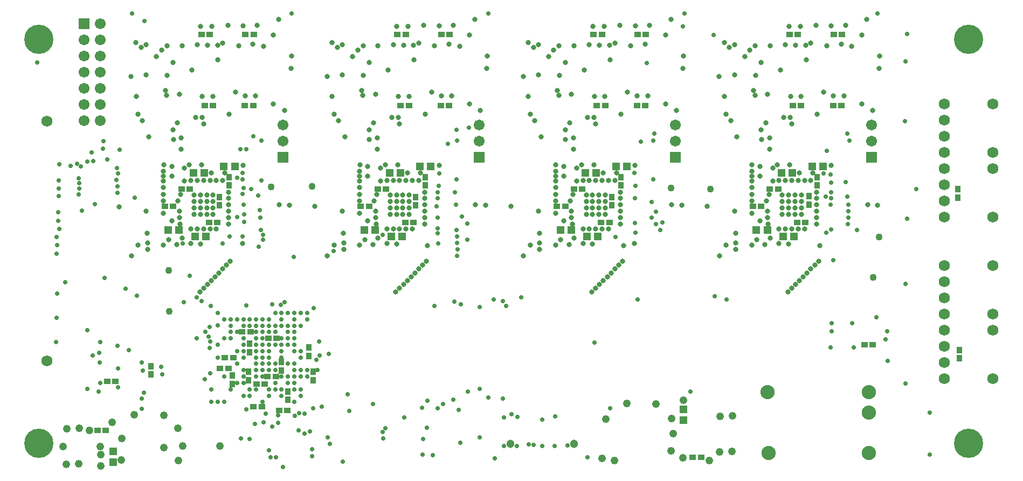
<source format=gbs>
%FSLAX24Y24*%
%MOIN*%
G70*
G01*
G75*
G04 Layer_Color=16711935*
G04 Layer_Color=16711935*
%ADD10R,0.0394X0.1083*%
%ADD11C,0.0177*%
%ADD12C,0.0197*%
%ADD13C,0.0400*%
%ADD14R,0.0866X0.0787*%
%ADD15R,0.0787X0.0866*%
%ADD16R,0.0945X0.1024*%
%ADD17R,0.0709X0.0630*%
%ADD18R,0.0433X0.0394*%
%ADD19R,0.0394X0.0433*%
%ADD20R,0.0512X0.0630*%
%ADD21R,0.0669X0.0177*%
%ADD22R,0.0669X0.0177*%
%ADD23R,0.0197X0.0591*%
%ADD24R,0.0630X0.0512*%
%ADD25R,0.0748X0.0197*%
%ADD26R,0.0197X0.0748*%
%ADD27R,0.0551X0.0787*%
%ADD28R,0.0807X0.0236*%
%ADD29O,0.0110X0.0394*%
%ADD30O,0.0394X0.0110*%
%ADD31R,0.0827X0.0354*%
%ADD32R,0.0827X0.0354*%
%ADD33R,0.1732X0.1441*%
%ADD34R,0.1024X0.0945*%
%ADD35R,0.0600X0.0300*%
%ADD36R,0.1400X0.1000*%
%ADD37R,0.0630X0.0709*%
%ADD38C,0.0100*%
%ADD39C,0.0060*%
%ADD40C,0.0070*%
%ADD41C,0.0090*%
%ADD42C,0.0160*%
%ADD43C,0.0120*%
%ADD44C,0.0300*%
%ADD45C,0.0250*%
%ADD46C,0.0200*%
%ADD47C,0.0433*%
%ADD48R,0.0591X0.0591*%
%ADD49C,0.0591*%
%ADD50C,0.0800*%
%ADD51C,0.1732*%
%ADD52C,0.1732*%
%ADD53C,0.0600*%
%ADD54C,0.0200*%
%ADD55C,0.0212*%
%ADD56C,0.0240*%
%ADD57C,0.0350*%
%ADD58C,0.0080*%
%ADD59R,0.0276X0.0354*%
%ADD60R,0.0354X0.0276*%
%ADD61C,0.0140*%
%ADD62C,0.0098*%
%ADD63C,0.0079*%
%ADD64R,0.1575X0.0098*%
%ADD65C,0.0050*%
%ADD66R,0.0474X0.1163*%
%ADD67C,0.0217*%
%ADD68C,0.0277*%
%ADD69C,0.1000*%
%ADD70R,0.0946X0.0867*%
%ADD71R,0.0867X0.0946*%
%ADD72R,0.1025X0.1104*%
%ADD73R,0.0789X0.0710*%
%ADD74R,0.0513X0.0474*%
%ADD75R,0.0474X0.0513*%
%ADD76R,0.0592X0.0710*%
%ADD77R,0.0749X0.0257*%
%ADD78R,0.0749X0.0257*%
%ADD79R,0.0277X0.0671*%
%ADD80R,0.0710X0.0592*%
%ADD81R,0.0828X0.0277*%
%ADD82R,0.0277X0.0828*%
%ADD83R,0.0631X0.0867*%
%ADD84R,0.0887X0.0316*%
%ADD85O,0.0165X0.0449*%
%ADD86O,0.0449X0.0165*%
%ADD87R,0.0907X0.0434*%
%ADD88R,0.0907X0.0434*%
%ADD89R,0.1812X0.1521*%
%ADD90R,0.1104X0.1025*%
%ADD91R,0.0680X0.0380*%
%ADD92R,0.1480X0.1080*%
%ADD93R,0.0710X0.0789*%
%ADD94C,0.0513*%
%ADD95R,0.0671X0.0671*%
%ADD96C,0.0671*%
%ADD97C,0.0880*%
%ADD98C,0.1812*%
%ADD99C,0.1812*%
%ADD100C,0.0680*%
%ADD101C,0.0280*%
%ADD102C,0.0480*%
%ADD103C,0.0320*%
%ADD104C,0.0430*%
%ADD105R,0.0356X0.0434*%
%ADD106R,0.0434X0.0356*%
%ADD107C,0.0292*%
D74*
X68524Y45276D02*
D03*
X69193D02*
D03*
X56398D02*
D03*
X57067D02*
D03*
X44272D02*
D03*
X44941D02*
D03*
X32146D02*
D03*
X32815D02*
D03*
X70314Y49606D02*
D03*
X70984D02*
D03*
X58188D02*
D03*
X58858D02*
D03*
X46062D02*
D03*
X46732D02*
D03*
X33936D02*
D03*
X34606D02*
D03*
X66869Y45669D02*
D03*
X67539D02*
D03*
X54743D02*
D03*
X55413D02*
D03*
X42617D02*
D03*
X43287D02*
D03*
X30491D02*
D03*
X31161D02*
D03*
X69094Y49213D02*
D03*
X68425D02*
D03*
X56968D02*
D03*
X56299D02*
D03*
X44843D02*
D03*
X44173D02*
D03*
X32717D02*
D03*
X32047D02*
D03*
D75*
X62362Y34587D02*
D03*
Y33917D02*
D03*
X27087Y31988D02*
D03*
Y31319D02*
D03*
D94*
X51654Y32441D02*
D03*
X55591D02*
D03*
D95*
X73978Y50200D02*
D03*
X61852D02*
D03*
X37600D02*
D03*
X49726D02*
D03*
X25295Y58465D02*
D03*
D96*
X73978Y51200D02*
D03*
Y52200D02*
D03*
X61852Y51200D02*
D03*
Y52200D02*
D03*
X37600Y51200D02*
D03*
Y52200D02*
D03*
X49726D02*
D03*
Y51200D02*
D03*
X26295Y58465D02*
D03*
X25295Y57465D02*
D03*
X26295D02*
D03*
X25295Y56465D02*
D03*
X26295D02*
D03*
X25295Y55465D02*
D03*
X26295D02*
D03*
X25295Y54465D02*
D03*
X26295D02*
D03*
X25295Y53465D02*
D03*
X26295D02*
D03*
X25295Y52465D02*
D03*
X26295D02*
D03*
D97*
X73819Y31890D02*
D03*
Y34390D02*
D03*
Y35640D02*
D03*
X67569D02*
D03*
X67619Y31890D02*
D03*
D98*
X80000Y32500D02*
D03*
D99*
Y57500D02*
D03*
X22500Y32500D02*
D03*
Y57500D02*
D03*
D100*
X81500Y36500D02*
D03*
Y39500D02*
D03*
X78500Y36500D02*
D03*
Y37500D02*
D03*
Y39500D02*
D03*
Y38500D02*
D03*
X81500Y46500D02*
D03*
Y49500D02*
D03*
X78500Y46500D02*
D03*
Y47500D02*
D03*
Y49500D02*
D03*
Y48500D02*
D03*
X81500Y40500D02*
D03*
Y43500D02*
D03*
X78500Y40500D02*
D03*
Y41500D02*
D03*
Y43500D02*
D03*
Y42500D02*
D03*
X81500Y50500D02*
D03*
Y53500D02*
D03*
X78500Y50500D02*
D03*
Y51500D02*
D03*
Y53500D02*
D03*
Y52500D02*
D03*
X22972Y52427D02*
D03*
Y37573D02*
D03*
D101*
X51260Y34094D02*
D03*
X51240Y32303D02*
D03*
X52057Y32333D02*
D03*
X53081Y32382D02*
D03*
X53622Y32323D02*
D03*
X54400Y32333D02*
D03*
X55197Y32343D02*
D03*
X56407Y31604D02*
D03*
X52785Y32421D02*
D03*
X50689Y31555D02*
D03*
X53622Y33947D02*
D03*
X54429Y34163D02*
D03*
X52087Y34104D02*
D03*
X51713Y34272D02*
D03*
X37500Y40157D02*
D03*
X48976Y46073D02*
D03*
X48661Y46516D02*
D03*
X38681Y38189D02*
D03*
X61063Y46142D02*
D03*
X59350Y46122D02*
D03*
X58150Y45246D02*
D03*
X37894Y38976D02*
D03*
X48287Y47244D02*
D03*
X48218Y48032D02*
D03*
X47077Y47156D02*
D03*
X47165Y48031D02*
D03*
X36250Y48760D02*
D03*
X34350Y39764D02*
D03*
X36161Y46909D02*
D03*
X35079Y47933D02*
D03*
X35138Y47244D02*
D03*
X35098Y48829D02*
D03*
X34301Y45295D02*
D03*
X33563Y39774D02*
D03*
X35177Y46654D02*
D03*
X32982Y39075D02*
D03*
X35197Y46171D02*
D03*
X34350Y38976D02*
D03*
X36191Y46457D02*
D03*
X37894Y39764D02*
D03*
X60394Y47411D02*
D03*
X37894Y38583D02*
D03*
X60394Y46447D02*
D03*
X60669Y46831D02*
D03*
X38287Y38189D02*
D03*
X60669Y46063D02*
D03*
X39862Y37913D02*
D03*
X71201Y45502D02*
D03*
X71486Y48031D02*
D03*
X71142Y47756D02*
D03*
X71496Y48632D02*
D03*
X71447Y47244D02*
D03*
X71496Y47638D02*
D03*
X38681Y36614D02*
D03*
X38287D02*
D03*
X72539Y47244D02*
D03*
X38681Y35827D02*
D03*
X72539Y46850D02*
D03*
X37894Y36614D02*
D03*
X38287Y37008D02*
D03*
X72539Y46457D02*
D03*
X72520Y46063D02*
D03*
X39980Y34744D02*
D03*
X36378Y33780D02*
D03*
X36516Y34311D02*
D03*
X35866Y33681D02*
D03*
X35000Y32795D02*
D03*
X28839Y34626D02*
D03*
X28563Y41634D02*
D03*
X65020Y41398D02*
D03*
X62795Y35669D02*
D03*
X52323Y41516D02*
D03*
X49016Y35669D02*
D03*
X48583Y41083D02*
D03*
X39252Y33228D02*
D03*
X37598Y31024D02*
D03*
X48976Y45079D02*
D03*
X48465Y34567D02*
D03*
X48189Y41240D02*
D03*
X40728Y44370D02*
D03*
X40492Y32441D02*
D03*
X37165Y31634D02*
D03*
X22402Y56043D02*
D03*
X31811Y42835D02*
D03*
X31457Y41201D02*
D03*
X23740Y49744D02*
D03*
X23711Y48750D02*
D03*
X23719Y48250D02*
D03*
X23720Y47776D02*
D03*
X23740Y45748D02*
D03*
X23701Y46240D02*
D03*
Y46772D02*
D03*
X23583Y45236D02*
D03*
X23622Y44744D02*
D03*
X23583Y44232D02*
D03*
X23624Y41750D02*
D03*
X23589Y40250D02*
D03*
X23563Y38740D02*
D03*
X28041Y38258D02*
D03*
X28976Y35630D02*
D03*
X28839Y35236D02*
D03*
X28868Y37490D02*
D03*
X30049Y37234D02*
D03*
X28927Y36978D02*
D03*
X30118Y36752D02*
D03*
X26280Y38760D02*
D03*
X27362Y38504D02*
D03*
X26220Y38091D02*
D03*
X27382Y37106D02*
D03*
X26289Y36211D02*
D03*
X27392Y35955D02*
D03*
X26201Y35689D02*
D03*
X25807Y37933D02*
D03*
X26250Y37490D02*
D03*
X25492Y35866D02*
D03*
Y39488D02*
D03*
X36083Y44665D02*
D03*
X33839Y44862D02*
D03*
X36220Y45669D02*
D03*
X36339Y45374D02*
D03*
X32795Y39370D02*
D03*
X36063Y47815D02*
D03*
X34764Y46496D02*
D03*
X35157Y48268D02*
D03*
X35630Y48228D02*
D03*
X48327Y45669D02*
D03*
X36909Y41083D02*
D03*
X37461Y41063D02*
D03*
X48346Y45276D02*
D03*
X48366Y44882D02*
D03*
X48386Y44488D02*
D03*
X48346Y44094D02*
D03*
X48307Y48819D02*
D03*
X47224Y48425D02*
D03*
X47185Y44862D02*
D03*
X47165Y47638D02*
D03*
X60472Y48819D02*
D03*
X59390Y48425D02*
D03*
X59370Y47638D02*
D03*
X72500Y47756D02*
D03*
X72382Y48642D02*
D03*
X40433Y38012D02*
D03*
X39705Y37008D02*
D03*
X71614Y43819D02*
D03*
X71476Y45709D02*
D03*
X39665Y37638D02*
D03*
X73071Y45669D02*
D03*
X76181Y46398D02*
D03*
X76043Y52402D02*
D03*
X76083Y42343D02*
D03*
Y36181D02*
D03*
X74282Y40285D02*
D03*
X74862Y38917D02*
D03*
X72872Y38423D02*
D03*
X71535Y39921D02*
D03*
X46220Y31772D02*
D03*
X46850Y31752D02*
D03*
X48543Y32520D02*
D03*
X49764Y32835D02*
D03*
X48110Y35177D02*
D03*
X51181Y41280D02*
D03*
X51378Y40984D02*
D03*
X59390Y45512D02*
D03*
X60925Y45669D02*
D03*
X35335Y41024D02*
D03*
X46968Y40984D02*
D03*
X39390Y32126D02*
D03*
Y31673D02*
D03*
X71459Y38423D02*
D03*
X74980Y37598D02*
D03*
X76752Y48209D02*
D03*
X74961Y39429D02*
D03*
X71510Y39423D02*
D03*
X43150Y34921D02*
D03*
X47480D02*
D03*
X47165Y34665D02*
D03*
X41693Y34488D02*
D03*
X32559Y41280D02*
D03*
X32264Y38976D02*
D03*
X32756Y36457D02*
D03*
X40354Y32854D02*
D03*
X49744Y40925D02*
D03*
Y35866D02*
D03*
X45098Y34094D02*
D03*
X37303Y33740D02*
D03*
X36909Y33504D02*
D03*
X43780Y32776D02*
D03*
X43760Y33169D02*
D03*
X46201Y34685D02*
D03*
X46535Y35118D02*
D03*
X50295Y35315D02*
D03*
X38917Y33071D02*
D03*
X36831Y31614D02*
D03*
X57815Y34665D02*
D03*
X51201Y35256D02*
D03*
X24134Y42461D02*
D03*
X28248Y59075D02*
D03*
X62421D02*
D03*
X50295D02*
D03*
X38110D02*
D03*
X36240Y51201D02*
D03*
X48366D02*
D03*
X60492D02*
D03*
X72618D02*
D03*
X74350Y59075D02*
D03*
X72480Y51654D02*
D03*
X59724Y51161D02*
D03*
X60551Y51654D02*
D03*
X49094Y52028D02*
D03*
X47776Y51004D02*
D03*
X35748Y51496D02*
D03*
X35098Y49213D02*
D03*
X34941Y50689D02*
D03*
X71220Y50591D02*
D03*
X35315Y50669D02*
D03*
X34764Y48917D02*
D03*
X60098Y56004D02*
D03*
X62323Y58287D02*
D03*
X29016Y58622D02*
D03*
X48307Y51890D02*
D03*
X43760Y45374D02*
D03*
X36339Y45079D02*
D03*
X35098Y45276D02*
D03*
X31378Y44843D02*
D03*
X64213Y57736D02*
D03*
X26555Y42717D02*
D03*
X50610Y41398D02*
D03*
X64291Y41594D02*
D03*
X38268Y44016D02*
D03*
X27854Y42047D02*
D03*
X38583Y34350D02*
D03*
X38327Y34193D02*
D03*
X38543Y33268D02*
D03*
X35531Y32736D02*
D03*
X36732Y32047D02*
D03*
X41594Y35531D02*
D03*
X32264Y41516D02*
D03*
X76181Y57815D02*
D03*
X76102Y56102D02*
D03*
X39823Y38780D02*
D03*
X77579Y34370D02*
D03*
X77598Y31772D02*
D03*
X38937Y34331D02*
D03*
X37303Y34232D02*
D03*
X72774Y39923D02*
D03*
X43917Y33425D02*
D03*
X41280Y31339D02*
D03*
X35138Y39764D02*
D03*
X37697Y41220D02*
D03*
X47165Y45472D02*
D03*
Y45787D02*
D03*
Y46457D02*
D03*
X47244Y49193D02*
D03*
X59311Y49213D02*
D03*
X59528Y41398D02*
D03*
X56850Y38720D02*
D03*
X39075Y37008D02*
D03*
X38681D02*
D03*
X71457Y49114D02*
D03*
X25945Y47283D02*
D03*
X26713Y50039D02*
D03*
X25846Y49961D02*
D03*
X27283Y48780D02*
D03*
X27343Y48386D02*
D03*
X26457Y50709D02*
D03*
X27323Y49508D02*
D03*
X27382Y49173D02*
D03*
X27480Y50650D02*
D03*
X25098Y49606D02*
D03*
X26494Y51179D02*
D03*
X24941Y48878D02*
D03*
X25492Y49921D02*
D03*
X25157Y46890D02*
D03*
X24961Y47874D02*
D03*
X24980Y48248D02*
D03*
X25000Y48583D02*
D03*
X24469Y49665D02*
D03*
X25768Y50492D02*
D03*
X24862Y49783D02*
D03*
X27362Y47992D02*
D03*
X28425Y47677D02*
D03*
X71024Y49173D02*
D03*
X46476Y33465D02*
D03*
X46240Y32736D02*
D03*
D102*
X65354Y31969D02*
D03*
X65374Y34173D02*
D03*
X64606Y34154D02*
D03*
X64587Y31949D02*
D03*
X24980Y33406D02*
D03*
X24961Y31201D02*
D03*
X24193Y31181D02*
D03*
X24213Y33386D02*
D03*
X27626Y32783D02*
D03*
X28386Y34252D02*
D03*
X31093Y33425D02*
D03*
X30236Y34203D02*
D03*
X31132Y31417D02*
D03*
X30226Y32224D02*
D03*
X27589Y31457D02*
D03*
X26309Y31781D02*
D03*
X26319Y31100D02*
D03*
X27008Y33770D02*
D03*
X25620Y33268D02*
D03*
X23996Y32283D02*
D03*
X26299D02*
D03*
X31398Y32303D02*
D03*
X33671Y32313D02*
D03*
X58858Y34941D02*
D03*
X60640Y34931D02*
D03*
X61618Y34032D02*
D03*
X62362Y35167D02*
D03*
X61575Y32008D02*
D03*
X62323Y31594D02*
D03*
X63947Y31407D02*
D03*
X58100Y31417D02*
D03*
X57559Y33976D02*
D03*
X57313Y31535D02*
D03*
X61732Y33081D02*
D03*
D103*
X32677Y42087D02*
D03*
X32913Y42323D02*
D03*
X33150Y42559D02*
D03*
X33386Y42795D02*
D03*
X33622Y43032D02*
D03*
X33858Y43268D02*
D03*
X34094Y43504D02*
D03*
X34331Y43740D02*
D03*
X31890Y44843D02*
D03*
X35079Y44843D02*
D03*
X27461Y47106D02*
D03*
X37362Y47244D02*
D03*
X37992Y47205D02*
D03*
X37677Y53071D02*
D03*
X38071Y55669D02*
D03*
X38110Y56457D02*
D03*
X37323Y58701D02*
D03*
X33976Y49213D02*
D03*
X31181Y46850D02*
D03*
X30197Y46732D02*
D03*
X30709Y46260D02*
D03*
X33150Y49213D02*
D03*
X32559Y49724D02*
D03*
X35118Y49685D02*
D03*
X32480Y47835D02*
D03*
X31260Y47874D02*
D03*
X31181Y46457D02*
D03*
X31220Y46063D02*
D03*
X31890Y45748D02*
D03*
X32283D02*
D03*
X32677Y45748D02*
D03*
X33071Y45748D02*
D03*
X33465Y45748D02*
D03*
X34213Y46063D02*
D03*
Y46457D02*
D03*
Y46850D02*
D03*
X34213Y47244D02*
D03*
Y47638D02*
D03*
X34213Y48031D02*
D03*
X33858Y48740D02*
D03*
X33465Y48740D02*
D03*
X33071D02*
D03*
X32677Y48740D02*
D03*
X32283Y48740D02*
D03*
X31890D02*
D03*
X31496Y48701D02*
D03*
X31102Y47480D02*
D03*
X32480Y47441D02*
D03*
X33268Y46654D02*
D03*
X32874Y47047D02*
D03*
X32087Y46654D02*
D03*
X32480D02*
D03*
X32874D02*
D03*
X32087Y47047D02*
D03*
X32480D02*
D03*
X33268D02*
D03*
X32087Y47441D02*
D03*
X32874D02*
D03*
X33268D02*
D03*
Y47835D02*
D03*
X32874D02*
D03*
X32087D02*
D03*
X30197Y49016D02*
D03*
X29291Y51457D02*
D03*
X28898Y52441D02*
D03*
X30197Y48701D02*
D03*
X28622Y52835D02*
D03*
X30197Y48307D02*
D03*
X29134Y57165D02*
D03*
Y55276D02*
D03*
X29765Y56419D02*
D03*
X28189Y55197D02*
D03*
X30197Y47874D02*
D03*
Y47480D02*
D03*
X28819Y56968D02*
D03*
X30197Y49331D02*
D03*
X30394Y54016D02*
D03*
X35728Y57185D02*
D03*
X34843Y57087D02*
D03*
X34175Y58348D02*
D03*
X33858Y57244D02*
D03*
X33543Y57126D02*
D03*
X32915Y57124D02*
D03*
X32283Y57165D02*
D03*
X31970Y55592D02*
D03*
X30709Y49016D02*
D03*
X29213Y44488D02*
D03*
X30433Y55236D02*
D03*
X30315Y54331D02*
D03*
X29213Y44882D02*
D03*
X30079Y56811D02*
D03*
X30197Y44764D02*
D03*
X31339Y57087D02*
D03*
X30787Y56063D02*
D03*
Y51890D02*
D03*
X31181Y54094D02*
D03*
X31063Y52323D02*
D03*
X30217Y49705D02*
D03*
X29134Y46850D02*
D03*
X30807Y51280D02*
D03*
X36380Y57049D02*
D03*
X31299Y51378D02*
D03*
X30413Y57087D02*
D03*
X30709Y49606D02*
D03*
X34252Y52854D02*
D03*
X33563Y56201D02*
D03*
X31299Y50689D02*
D03*
X34646Y54232D02*
D03*
X31496Y49508D02*
D03*
X31791Y49705D02*
D03*
X32185Y52657D02*
D03*
X32579D02*
D03*
X32677Y52264D02*
D03*
X37000Y57750D02*
D03*
Y53500D02*
D03*
X28500Y57300D02*
D03*
X28506Y53944D02*
D03*
X32600Y53950D02*
D03*
X33250D02*
D03*
X35250Y54000D02*
D03*
X35900D02*
D03*
X32500Y58300D02*
D03*
X33200D02*
D03*
X35120Y58320D02*
D03*
X36000Y58350D02*
D03*
X32441Y41850D02*
D03*
X28622Y44744D02*
D03*
X32480Y44823D02*
D03*
X29193Y45472D02*
D03*
X28209Y44094D02*
D03*
X31024Y44783D02*
D03*
X31339Y45197D02*
D03*
X30512Y45079D02*
D03*
X39567Y47165D02*
D03*
X49488Y47244D02*
D03*
X49803Y53071D02*
D03*
X50236Y56457D02*
D03*
X50197Y55669D02*
D03*
X49449Y58701D02*
D03*
X40335Y44094D02*
D03*
X46535Y44724D02*
D03*
X50118Y47205D02*
D03*
X46339Y46063D02*
D03*
X45591Y45748D02*
D03*
X45197Y45748D02*
D03*
X44803Y45748D02*
D03*
X44409Y45748D02*
D03*
X44016D02*
D03*
X43346Y46063D02*
D03*
X46339Y46457D02*
D03*
X43307Y46457D02*
D03*
X46339Y46850D02*
D03*
X43307Y46850D02*
D03*
X46339Y47244D02*
D03*
Y47638D02*
D03*
X43386Y47874D02*
D03*
X46339Y48031D02*
D03*
X45984Y48740D02*
D03*
X45591Y48740D02*
D03*
X45197D02*
D03*
X44803Y48740D02*
D03*
X44409Y48740D02*
D03*
X44016D02*
D03*
X43622Y48701D02*
D03*
X42913Y51890D02*
D03*
Y56063D02*
D03*
X43425Y51378D02*
D03*
X48506Y57049D02*
D03*
X43425Y50689D02*
D03*
X46772Y54232D02*
D03*
X43622Y49508D02*
D03*
X45689Y56201D02*
D03*
X44311Y52657D02*
D03*
X45984Y57244D02*
D03*
X44803Y52264D02*
D03*
X45041Y57124D02*
D03*
X42343Y49705D02*
D03*
X42539Y57087D02*
D03*
X42835Y49606D02*
D03*
X43917Y49705D02*
D03*
X47854Y57185D02*
D03*
X44705Y52657D02*
D03*
X46968Y57087D02*
D03*
X44685Y49724D02*
D03*
X45669Y57126D02*
D03*
X47244Y49685D02*
D03*
X42323Y49331D02*
D03*
X42520Y54016D02*
D03*
X41417Y51457D02*
D03*
X42323Y49016D02*
D03*
X41024Y52441D02*
D03*
X42323Y48701D02*
D03*
X40748Y52835D02*
D03*
X42323Y48307D02*
D03*
X40315Y55197D02*
D03*
X40945Y56968D02*
D03*
X41260Y57165D02*
D03*
X42323Y47874D02*
D03*
X41260Y55276D02*
D03*
X41891Y56419D02*
D03*
X42323Y47480D02*
D03*
X41260Y46850D02*
D03*
X42933Y51280D02*
D03*
X43228Y47480D02*
D03*
X44409Y57165D02*
D03*
X42835Y46260D02*
D03*
X43189Y52323D02*
D03*
X41339Y44882D02*
D03*
X41339Y44488D02*
D03*
X42835Y49016D02*
D03*
X44096Y55592D02*
D03*
X42323Y44764D02*
D03*
X42205Y56811D02*
D03*
X42638Y45079D02*
D03*
X43307Y54094D02*
D03*
X43465Y45197D02*
D03*
X44016Y44843D02*
D03*
X44567Y41850D02*
D03*
X45039Y42323D02*
D03*
X45512Y42795D02*
D03*
X45984Y43268D02*
D03*
X46457Y43740D02*
D03*
X40748Y44744D02*
D03*
X42559Y55236D02*
D03*
X41319Y45472D02*
D03*
X42441Y54331D02*
D03*
X43150Y44783D02*
D03*
X43465Y57087D02*
D03*
X44606Y44823D02*
D03*
X44803Y42087D02*
D03*
X45276Y42559D02*
D03*
X45748Y43032D02*
D03*
X46220Y43504D02*
D03*
X49126Y57750D02*
D03*
X48126Y58350D02*
D03*
X47246Y58320D02*
D03*
X46301Y58348D02*
D03*
X45326Y58300D02*
D03*
X44626D02*
D03*
X40626Y57300D02*
D03*
X49126Y53500D02*
D03*
X48026Y54000D02*
D03*
X47376D02*
D03*
X46378Y52854D02*
D03*
X45376Y53950D02*
D03*
X44726D02*
D03*
X40631Y53944D02*
D03*
X45276Y49213D02*
D03*
X42323Y46732D02*
D03*
X46102Y49213D02*
D03*
X61252Y57750D02*
D03*
X55551Y51378D02*
D03*
X60252Y58350D02*
D03*
X56043Y49705D02*
D03*
X59980Y57185D02*
D03*
X55551Y50689D02*
D03*
X58898Y54232D02*
D03*
X59372Y58320D02*
D03*
X56831Y52657D02*
D03*
X59094Y57087D02*
D03*
X55748Y49508D02*
D03*
X57815Y56201D02*
D03*
X58427Y58348D02*
D03*
X56437Y52657D02*
D03*
X58110Y57244D02*
D03*
X56811Y49724D02*
D03*
X57795Y57126D02*
D03*
X57452Y58300D02*
D03*
X56929Y52264D02*
D03*
X57167Y57124D02*
D03*
X56752Y58300D02*
D03*
X55354Y47480D02*
D03*
X56535Y57165D02*
D03*
X53465Y44488D02*
D03*
X54961Y49016D02*
D03*
X56222Y55592D02*
D03*
X53445Y45472D02*
D03*
X54567Y54331D02*
D03*
X55276Y44783D02*
D03*
X55591Y57087D02*
D03*
X52874Y44744D02*
D03*
X54685Y55236D02*
D03*
X55039Y51890D02*
D03*
Y56063D02*
D03*
X54665Y57087D02*
D03*
X54961Y49606D02*
D03*
X54331Y56811D02*
D03*
X54764Y45079D02*
D03*
X54017Y56419D02*
D03*
X54449Y47480D02*
D03*
X53386Y57165D02*
D03*
X54449Y47874D02*
D03*
X53386Y55276D02*
D03*
X52441Y55197D02*
D03*
X53071Y56968D02*
D03*
X52752Y57300D02*
D03*
X61252Y53500D02*
D03*
X60152Y54000D02*
D03*
X59502D02*
D03*
X58504Y52854D02*
D03*
X57502Y53950D02*
D03*
X56852D02*
D03*
X53386Y46850D02*
D03*
X55059Y51280D02*
D03*
X54961Y46260D02*
D03*
X55315Y52323D02*
D03*
X55433Y54094D02*
D03*
X55591Y45197D02*
D03*
X54449Y49331D02*
D03*
X54646Y54016D02*
D03*
X53543Y51457D02*
D03*
X54449Y49016D02*
D03*
X53150Y52441D02*
D03*
X54449Y48701D02*
D03*
X52874Y52835D02*
D03*
X54449Y48307D02*
D03*
X52757Y53944D02*
D03*
X58465Y46063D02*
D03*
X57717Y45748D02*
D03*
X57323Y45748D02*
D03*
X56929Y45748D02*
D03*
X56535Y45748D02*
D03*
X56142D02*
D03*
X55472Y46063D02*
D03*
X58465Y46457D02*
D03*
X55433Y46457D02*
D03*
X58465Y46850D02*
D03*
X55433Y46850D02*
D03*
X58465Y47244D02*
D03*
Y47638D02*
D03*
X55512Y47874D02*
D03*
X58465Y48031D02*
D03*
X58110Y48740D02*
D03*
X57717Y48740D02*
D03*
X57323D02*
D03*
X56929Y48740D02*
D03*
X56535Y48740D02*
D03*
X56142D02*
D03*
X55748Y48701D02*
D03*
X54468Y49705D02*
D03*
X59370Y49685D02*
D03*
X53465Y44882D02*
D03*
X54449Y44764D02*
D03*
X56142Y44843D02*
D03*
X56693Y41850D02*
D03*
X57165Y42323D02*
D03*
X57638Y42795D02*
D03*
X58110Y43268D02*
D03*
X58583Y43740D02*
D03*
X52461Y44094D02*
D03*
X58661Y44724D02*
D03*
X59331Y44843D02*
D03*
X56732Y44823D02*
D03*
X56929Y42087D02*
D03*
X57402Y42559D02*
D03*
X57874Y43032D02*
D03*
X58346Y43504D02*
D03*
X62244Y47205D02*
D03*
X61575Y58701D02*
D03*
X62323Y55669D02*
D03*
X62362Y56457D02*
D03*
X61929Y53071D02*
D03*
X61614Y47244D02*
D03*
X51693Y47165D02*
D03*
X58228Y49213D02*
D03*
X54449Y46732D02*
D03*
X57402Y49213D02*
D03*
X73378Y57750D02*
D03*
X67677Y51378D02*
D03*
X72757Y57049D02*
D03*
X72378Y58350D02*
D03*
X68169Y49705D02*
D03*
X72106Y57185D02*
D03*
X67677Y50689D02*
D03*
X71024Y54232D02*
D03*
X71498Y58320D02*
D03*
X68957Y52657D02*
D03*
X71220Y57087D02*
D03*
X67874Y49508D02*
D03*
X69941Y56201D02*
D03*
X70553Y58348D02*
D03*
X68563Y52657D02*
D03*
X70236Y57244D02*
D03*
X68937Y49724D02*
D03*
X69921Y57126D02*
D03*
X69578Y58300D02*
D03*
X69055Y52264D02*
D03*
X69293Y57124D02*
D03*
X68878Y58300D02*
D03*
X67480Y47480D02*
D03*
X68661Y57165D02*
D03*
X65591Y44488D02*
D03*
X67087Y49016D02*
D03*
X68348Y55592D02*
D03*
X65571Y45472D02*
D03*
X66693Y54331D02*
D03*
X67402Y44783D02*
D03*
X67717Y57087D02*
D03*
X65000Y44744D02*
D03*
X66811Y55236D02*
D03*
X67165Y51890D02*
D03*
Y56063D02*
D03*
X66791Y57087D02*
D03*
X67087Y49606D02*
D03*
X66457Y56811D02*
D03*
X66890Y45079D02*
D03*
X66143Y56419D02*
D03*
X66575Y47480D02*
D03*
X65512Y57165D02*
D03*
X66575Y47874D02*
D03*
X65512Y55276D02*
D03*
X64567Y55197D02*
D03*
X65197Y56968D02*
D03*
X64878Y57300D02*
D03*
X73378Y53500D02*
D03*
X72278Y54000D02*
D03*
X71628D02*
D03*
X70630Y52854D02*
D03*
X69628Y53950D02*
D03*
X68978D02*
D03*
X65512Y46850D02*
D03*
X67185Y51280D02*
D03*
X67087Y46260D02*
D03*
X67441Y52323D02*
D03*
X67559Y54094D02*
D03*
X67717Y45197D02*
D03*
X66575Y49331D02*
D03*
X66772Y54016D02*
D03*
X65669Y51457D02*
D03*
X66575Y49016D02*
D03*
X65276Y52441D02*
D03*
X66575Y48701D02*
D03*
X65000Y52835D02*
D03*
X66575Y48307D02*
D03*
X64883Y53944D02*
D03*
X70591Y46063D02*
D03*
X69843Y45748D02*
D03*
X69449Y45748D02*
D03*
X69055Y45748D02*
D03*
X68661Y45748D02*
D03*
X68268D02*
D03*
X67598Y46063D02*
D03*
X70591Y46457D02*
D03*
X67559Y46457D02*
D03*
X70591Y46850D02*
D03*
X67559Y46850D02*
D03*
X70591Y47244D02*
D03*
Y47638D02*
D03*
X67638Y47874D02*
D03*
X70591Y48031D02*
D03*
X70236Y48740D02*
D03*
X69843Y48740D02*
D03*
X69449D02*
D03*
X69055Y48740D02*
D03*
X68661Y48740D02*
D03*
X68268D02*
D03*
X67874Y48701D02*
D03*
X66594Y49705D02*
D03*
X71496Y49685D02*
D03*
X65591Y44882D02*
D03*
X66575Y44764D02*
D03*
X68268Y44843D02*
D03*
X68819Y41850D02*
D03*
X69291Y42323D02*
D03*
X69764Y42795D02*
D03*
X70236Y43268D02*
D03*
X70709Y43740D02*
D03*
X64587Y44094D02*
D03*
X70787Y44724D02*
D03*
X68858Y44823D02*
D03*
X69055Y42087D02*
D03*
X69528Y42559D02*
D03*
X70000Y43032D02*
D03*
X70472Y43504D02*
D03*
X74370Y47205D02*
D03*
X73701Y58701D02*
D03*
X74449Y55669D02*
D03*
X74488Y56457D02*
D03*
X74055Y53071D02*
D03*
X73740Y47244D02*
D03*
X63819Y47165D02*
D03*
X70354Y49213D02*
D03*
X66575Y46732D02*
D03*
X69528Y49213D02*
D03*
X44213Y47835D02*
D03*
X45000D02*
D03*
X45394D02*
D03*
Y47441D02*
D03*
X45000D02*
D03*
X44213D02*
D03*
X45394Y47047D02*
D03*
X44606D02*
D03*
X44213D02*
D03*
X45000Y46654D02*
D03*
X44606D02*
D03*
X44213D02*
D03*
X45000Y47047D02*
D03*
X45394Y46654D02*
D03*
X44606Y47441D02*
D03*
Y47835D02*
D03*
X56339D02*
D03*
X57126D02*
D03*
X57520D02*
D03*
Y47441D02*
D03*
X57126D02*
D03*
X56339D02*
D03*
X57520Y47047D02*
D03*
X56732D02*
D03*
X56339D02*
D03*
X57126Y46654D02*
D03*
X56732D02*
D03*
X56339D02*
D03*
X57126Y47047D02*
D03*
X57520Y46654D02*
D03*
X56732Y47441D02*
D03*
Y47835D02*
D03*
X68465D02*
D03*
X69252D02*
D03*
X69646D02*
D03*
Y47441D02*
D03*
X69252D02*
D03*
X68465D02*
D03*
X69646Y47047D02*
D03*
X68858D02*
D03*
X68465D02*
D03*
X69252Y46654D02*
D03*
X68858D02*
D03*
X68465D02*
D03*
X69252Y47047D02*
D03*
X69646Y46654D02*
D03*
X68858Y47441D02*
D03*
Y47835D02*
D03*
D104*
X30551Y40650D02*
D03*
X30531Y43169D02*
D03*
X39390Y48386D02*
D03*
X36870Y48366D02*
D03*
X64016Y48209D02*
D03*
X61575Y48287D02*
D03*
X74449Y45256D02*
D03*
X74094Y42756D02*
D03*
D105*
X70118Y47264D02*
D03*
Y47776D02*
D03*
X79331Y48208D02*
D03*
Y47696D02*
D03*
X35450Y36906D02*
D03*
Y36394D02*
D03*
X39450Y36906D02*
D03*
Y36394D02*
D03*
X39200Y38406D02*
D03*
Y37894D02*
D03*
X37894Y35689D02*
D03*
Y35177D02*
D03*
X34449Y36161D02*
D03*
Y36673D02*
D03*
X35512Y38130D02*
D03*
Y38642D02*
D03*
X37500Y37506D02*
D03*
Y36994D02*
D03*
X29429Y37264D02*
D03*
Y36752D02*
D03*
X57913Y47716D02*
D03*
Y47204D02*
D03*
X45787Y47716D02*
D03*
Y47204D02*
D03*
X33661Y47716D02*
D03*
Y47204D02*
D03*
X70630Y48446D02*
D03*
Y48957D02*
D03*
X58504Y48446D02*
D03*
Y48957D02*
D03*
X46378Y48446D02*
D03*
Y48957D02*
D03*
X34252Y48446D02*
D03*
Y48957D02*
D03*
X79429Y38267D02*
D03*
Y37755D02*
D03*
D106*
X71605Y53400D02*
D03*
X72116D02*
D03*
X59479D02*
D03*
X59990D02*
D03*
X47353D02*
D03*
X47864D02*
D03*
X35227D02*
D03*
X35738D02*
D03*
X69634D02*
D03*
X69122D02*
D03*
X57508D02*
D03*
X56996D02*
D03*
X45382D02*
D03*
X44870D02*
D03*
X33256D02*
D03*
X32744D02*
D03*
X68922Y57800D02*
D03*
X69434D02*
D03*
X56796D02*
D03*
X57308D02*
D03*
X44670D02*
D03*
X45182D02*
D03*
X32544D02*
D03*
X33056D02*
D03*
X72151D02*
D03*
X71640D02*
D03*
X60025D02*
D03*
X59514D02*
D03*
X47899D02*
D03*
X47388D02*
D03*
X35773D02*
D03*
X35262D02*
D03*
X73544Y38583D02*
D03*
X74056D02*
D03*
X37343Y34528D02*
D03*
X37854D02*
D03*
X34508Y37795D02*
D03*
X33996D02*
D03*
X33701Y37106D02*
D03*
X34213D02*
D03*
X35768Y34744D02*
D03*
X36280D02*
D03*
X37185Y38976D02*
D03*
X36673D02*
D03*
X35059Y39370D02*
D03*
X35571D02*
D03*
X36634Y36614D02*
D03*
X37146D02*
D03*
X36456Y36150D02*
D03*
X35944D02*
D03*
X26713Y36319D02*
D03*
X27224D02*
D03*
X69902Y46161D02*
D03*
X69390D02*
D03*
X57776D02*
D03*
X57264D02*
D03*
X45650D02*
D03*
X45138D02*
D03*
X33524D02*
D03*
X33012D02*
D03*
X67165Y47146D02*
D03*
X66653D02*
D03*
X55039D02*
D03*
X54527D02*
D03*
X42913D02*
D03*
X42401D02*
D03*
X30787D02*
D03*
X30275D02*
D03*
X67697Y48228D02*
D03*
X68209D02*
D03*
X55571D02*
D03*
X56083D02*
D03*
X43446D02*
D03*
X43957D02*
D03*
X31320D02*
D03*
X31831D02*
D03*
X63445Y31614D02*
D03*
X62933D02*
D03*
X26121Y33268D02*
D03*
X26633D02*
D03*
D107*
X37106Y39764D02*
D03*
X36713Y39370D02*
D03*
X35925Y39764D02*
D03*
X38287Y40157D02*
D03*
X33051Y38386D02*
D03*
X33563Y40551D02*
D03*
Y37795D02*
D03*
X33091Y36811D02*
D03*
X35138Y36220D02*
D03*
Y35433D02*
D03*
Y36614D02*
D03*
X34744Y36220D02*
D03*
X34350Y35827D02*
D03*
X33169Y35039D02*
D03*
X33563D02*
D03*
X33130Y40984D02*
D03*
X34744Y40157D02*
D03*
X35138D02*
D03*
X35531D02*
D03*
X35925D02*
D03*
X34350D02*
D03*
X33957D02*
D03*
X33051Y39685D02*
D03*
X34350Y39370D02*
D03*
X34744Y39370D02*
D03*
X33957Y38976D02*
D03*
X33563Y38583D02*
D03*
X33091Y38780D02*
D03*
X37106Y40551D02*
D03*
X37500D02*
D03*
X37894D02*
D03*
X38287D02*
D03*
X38681D02*
D03*
X36713Y40157D02*
D03*
X36319D02*
D03*
Y39764D02*
D03*
X36713D02*
D03*
X39488Y40846D02*
D03*
X39075Y40551D02*
D03*
X37500Y39764D02*
D03*
X37894Y39370D02*
D03*
X37500Y38976D02*
D03*
X37106Y38583D02*
D03*
X38287Y39370D02*
D03*
Y38976D02*
D03*
Y38583D02*
D03*
X38681Y37795D02*
D03*
X38287Y37402D02*
D03*
X37894D02*
D03*
X37500Y38583D02*
D03*
Y38189D02*
D03*
X37106Y37008D02*
D03*
X37500Y36614D02*
D03*
X37894Y36220D02*
D03*
X38287Y35827D02*
D03*
X39469Y34646D02*
D03*
X38287Y36220D02*
D03*
X35335Y34587D02*
D03*
X38287Y39764D02*
D03*
X38681D02*
D03*
X39075Y40157D02*
D03*
X37106Y39370D02*
D03*
Y35827D02*
D03*
X36713Y35433D02*
D03*
X37500D02*
D03*
Y35827D02*
D03*
X37106Y36220D02*
D03*
X36713Y35827D02*
D03*
X36319Y35039D02*
D03*
X35925Y35827D02*
D03*
X36319Y37795D02*
D03*
X36713D02*
D03*
X35925D02*
D03*
Y38189D02*
D03*
X36713D02*
D03*
X36319D02*
D03*
Y37795D02*
D03*
X35925Y37402D02*
D03*
X36713D02*
D03*
X36319D02*
D03*
X35138Y38976D02*
D03*
X34744Y37402D02*
D03*
Y38189D02*
D03*
X35138Y38583D02*
D03*
Y38189D02*
D03*
Y37795D02*
D03*
Y37008D02*
D03*
X35925Y36614D02*
D03*
X35925Y37008D02*
D03*
X36319D02*
D03*
X36713D02*
D03*
X36319Y36614D02*
D03*
X36713Y38583D02*
D03*
X36319Y38583D02*
D03*
X35925D02*
D03*
X35925Y38976D02*
D03*
X35925Y39370D02*
D03*
X36319D02*
D03*
X37500Y37795D02*
D03*
X37106Y37402D02*
D03*
X35531Y35827D02*
D03*
X36319Y38976D02*
D03*
X35531Y39764D02*
D03*
X38681Y35433D02*
D03*
X38287Y35039D02*
D03*
X35531Y35433D02*
D03*
X33957Y35039D02*
D03*
X33150Y35827D02*
D03*
X39075Y36614D02*
D03*
X33957D02*
D03*
M02*

</source>
